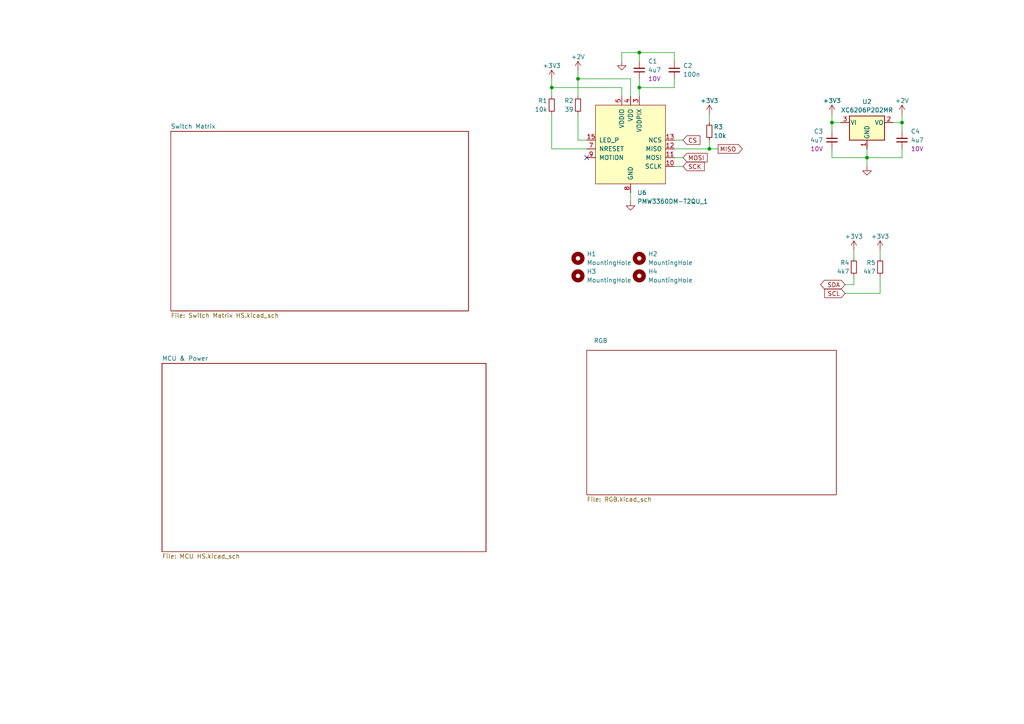
<source format=kicad_sch>
(kicad_sch (version 20231120) (generator "eeschema") (generator_version "8.0")
  (paper "A4")
  (lib_symbols
    (symbol "+2V_1" (power) (pin_names (offset 0))
      (property "Value" "+2V" (at 0 3.81 0))
      (symbol "+2V_1_0_1"
        (polyline (pts (xy -0.762 1.27) (xy 0 2.54)))
        (polyline (pts (xy 0 0) (xy 0 2.54)))
        (polyline (pts (xy 0 2.54) (xy 0.762 1.27)))
      )
      (symbol "+2V_1_1_1"
        (pin power_in line (at 0 0 90) (length 0) hide (name "+2V") (number "1"))
      )
    )
    (symbol "+3V3_1" (power) (pin_names (offset 0))
      (property "Value" "+3V3_1" (at 0 3.556 0))
      (symbol "+3V3_1_0_1"
        (polyline (pts (xy -0.762 1.27) (xy 0 2.54)))
        (polyline (pts (xy 0 0) (xy 0 2.54)))
        (polyline (pts (xy 0 2.54) (xy 0.762 1.27)))
      )
      (symbol "+3V3_1_1_1"
        (pin power_in line (at 0 0 90) (length 0) hide (name "+3V3") (number "1"))
      )
    )
    (symbol "Ariamelon-Power:+2V" (power) (pin_names (offset 0))
      (property "Value" "+2V" (at 0 3.81 0))
      (symbol "+2V_0_1"
        (polyline (pts (xy -0.762 1.27) (xy 0 2.54)))
        (polyline (pts (xy 0 0) (xy 0 2.54)))
        (polyline (pts (xy 0 2.54) (xy 0.762 1.27)))
      )
      (symbol "+2V_1_1"
        (pin power_in line (at 0 0 90) (length 0) hide (name "+2V") (number "1"))
      )
    )
    (symbol "Device:C_Small" (pin_numbers hide) (pin_names (offset 0.254) hide)
      (property "Reference" "C" (at 0.254 1.778 0))
      (property "Value" "C_Small" (at 0.254 -2.032 0))
      (symbol "C_Small_0_1"
        (polyline (pts (xy -1.524 -0.508) (xy 1.524 -0.508)) (stroke (width 0.3302)))
        (polyline (pts (xy -1.524 0.508) (xy 1.524 0.508)) (stroke (width 0.3048)))
      )
      (symbol "C_Small_1_1"
        (pin passive line (at 0 2.54 270) (length 2.032) (name "~") (number "1"))
        (pin passive line (at 0 -2.54 90) (length 2.032) (name "~") (number "2"))
      )
    )
    (symbol "Device:R_Small" (pin_numbers hide) (pin_names (offset 0.254) hide)
      (property "Reference" "R" (at 0.762 0.508 0))
      (property "Value" "R_Small" (at 0.762 -1.016 0))
      (symbol "R_Small_0_1"
        (rectangle (start -0.762 1.778) (end 0.762 -1.778) (stroke (width 0.2032)))
      )
      (symbol "R_Small_1_1"
        (pin passive line (at 0 2.54 270) (length 0.762) (name "~") (number "1"))
        (pin passive line (at 0 -2.54 90) (length 0.762) (name "~") (number "2"))
      )
    )
    (symbol "Mechanical:MountingHole" (pin_names (offset 1.016)) (exclude_from_sim yes) (in_bom no)
      (property "Reference" "H" (at 0 5.08 0))
      (property "Value" "MountingHole" (at 0 3.175 0))
      (symbol "MountingHole_0_1"
        (circle (center 0 0) (radius 1.27) (stroke (width 1.27)))
      )
    )
    (symbol "PMW3360DM-T2QU_1" (pin_names (offset 1.016))
      (property "Reference" "U?" (at 11.1702 -15.24 0))
      (property "Value" "PMW3360DM-T2QU_1" (at 11.1702 -17.78 0))
      (symbol "PMW3360DM-T2QU_1_0_1"
        (rectangle (start -10.16 10.16) (end 10.16 -12.7) (fill (type background)))
      )
      (symbol "PMW3360DM-T2QU_1_1_1"
        (pin no_connect line (at -12.7 7.62 0) (length 2.54) hide (name "NC") (number "1"))
        (pin input line (at 12.7 -7.62 180) (length 2.54) (name "SCLK") (number "10"))
        (pin input line (at 12.7 -5.08 180) (length 2.54) (name "MOSI") (number "11"))
        (pin output line (at 12.7 -2.54 180) (length 2.54) (name "MISO") (number "12"))
        (pin input line (at 12.7 0 180) (length 2.54) (name "NCS") (number "13"))
        (pin no_connect line (at -12.7 7.62 0) (length 2.54) hide (name "NC") (number "14"))
        (pin input line (at -12.7 0 0) (length 2.54) (name "LED_P") (number "15"))
        (pin no_connect line (at -12.7 7.62 0) (length 2.54) hide (name "NC") (number "16"))
        (pin no_connect line (at -12.7 7.62 0) (length 2.54) hide (name "NC") (number "2"))
        (pin power_in line (at 2.54 12.7 270) (length 2.54) (name "VDDPIX") (number "3"))
        (pin power_in line (at 0 12.7 270) (length 2.54) (name "VDD") (number "4"))
        (pin power_in line (at -2.54 12.7 270) (length 2.54) (name "VDDIO") (number "5"))
        (pin no_connect line (at -12.7 7.62 0) (length 2.54) hide (name "NC") (number "6"))
        (pin input line (at -12.7 -2.54 0) (length 2.54) (name "NRESET") (number "7"))
        (pin power_in line (at 0 -15.24 90) (length 2.54) (name "GND") (number "8"))
        (pin output line (at -12.7 -5.08 0) (length 2.54) (name "MOTION") (number "9"))
      )
    )
    (symbol "Regulator_Linear:XC6206PxxxMR" (pin_names (offset 0.254))
      (property "Reference" "U" (at -3.81 3.175 0))
      (property "Value" "XC6206PxxxMR" (at 0 3.175 0))
      (symbol "XC6206PxxxMR_0_1"
        (rectangle (start -5.08 1.905) (end 5.08 -5.08) (stroke (width 0.254)) (fill (type background)))
      )
      (symbol "XC6206PxxxMR_1_1"
        (pin power_in line (at 0 -7.62 90) (length 2.54) (name "GND") (number "1"))
        (pin power_out line (at 7.62 0 180) (length 2.54) (name "VO") (number "2"))
        (pin power_in line (at -7.62 0 0) (length 2.54) (name "VI") (number "3"))
      )
    )
    (symbol "power:+3V3" (power) (pin_names (offset 0))
      (property "Value" "+3V3" (at 0 3.556 0))
      (symbol "+3V3_0_1"
        (polyline (pts (xy -0.762 1.27) (xy 0 2.54)))
        (polyline (pts (xy 0 0) (xy 0 2.54)))
        (polyline (pts (xy 0 2.54) (xy 0.762 1.27)))
      )
      (symbol "+3V3_1_1"
        (pin power_in line (at 0 0 90) (length 0) hide (name "+3V3") (number "1"))
      )
    )
    (symbol "power:GND" (power) (pin_names (offset 0))
      (property "Value" "GND" (at 0 -3.81 0))
      (symbol "GND_0_1"
        (polyline (pts (xy 0 0) (xy 0 -1.27) (xy 1.27 -1.27) (xy 0 -2.54) (xy -1.27 -1.27) (xy 0 -1.27)))
      )
      (symbol "GND_1_1"
        (pin power_in line (at 0 0 270) (length 0) hide (name "GND") (number "1"))
      )
    )
  )
  (junction (at 185.42 15.24))
  (junction (at 241.3 35.56))
  (junction (at 185.42 25.4))
  (junction (at 251.46 45.72))
  (junction (at 261.62 35.56))
  (junction (at 167.64 22.86))
  (junction (at 205.74 43.18))
  (junction (at 160.02 25.4))
  (no_connect (at 170.18 45.72))
  (wire (pts (xy 205.74 43.18) (xy 208.28 43.18)))
  (wire (pts (xy 205.74 35.56) (xy 205.74 33.02)))
  (wire (pts (xy 241.3 35.56) (xy 243.84 35.56)))
  (wire (pts (xy 261.62 33.02) (xy 261.62 35.56)))
  (wire (pts (xy 247.65 82.55) (xy 247.65 80.01)))
  (wire (pts (xy 182.88 22.86) (xy 167.64 22.86)))
  (wire (pts (xy 255.27 72.39) (xy 255.27 74.93)))
  (wire (pts (xy 251.46 45.72) (xy 261.62 45.72)))
  (wire (pts (xy 160.02 22.86) (xy 160.02 25.4)))
  (wire (pts (xy 195.58 15.24) (xy 185.42 15.24)))
  (wire (pts (xy 185.42 15.24) (xy 185.42 17.78)))
  (wire (pts (xy 245.11 82.55) (xy 247.65 82.55)))
  (wire (pts (xy 180.34 17.78) (xy 180.34 15.24)))
  (wire (pts (xy 241.3 45.72) (xy 251.46 45.72)))
  (wire (pts (xy 185.42 22.86) (xy 185.42 25.4)))
  (wire (pts (xy 160.02 33.02) (xy 160.02 43.18)))
  (wire (pts (xy 167.64 33.02) (xy 167.64 40.64)))
  (wire (pts (xy 160.02 25.4) (xy 180.34 25.4)))
  (wire (pts (xy 167.64 22.86) (xy 167.64 27.94)))
  (wire (pts (xy 241.3 43.18) (xy 241.3 45.72)))
  (wire (pts (xy 167.64 20.32) (xy 167.64 22.86)))
  (wire (pts (xy 241.3 35.56) (xy 241.3 38.1)))
  (wire (pts (xy 247.65 72.39) (xy 247.65 74.93)))
  (wire (pts (xy 261.62 43.18) (xy 261.62 45.72)))
  (wire (pts (xy 195.58 43.18) (xy 205.74 43.18)))
  (wire (pts (xy 180.34 27.94) (xy 180.34 25.4)))
  (wire (pts (xy 261.62 35.56) (xy 261.62 38.1)))
  (wire (pts (xy 185.42 25.4) (xy 185.42 27.94)))
  (wire (pts (xy 251.46 45.72) (xy 251.46 48.26)))
  (wire (pts (xy 182.88 55.88) (xy 182.88 58.42)))
  (wire (pts (xy 198.12 40.64) (xy 195.58 40.64)))
  (wire (pts (xy 251.46 43.18) (xy 251.46 45.72)))
  (wire (pts (xy 160.02 25.4) (xy 160.02 27.94)))
  (wire (pts (xy 167.64 40.64) (xy 170.18 40.64)))
  (wire (pts (xy 259.08 35.56) (xy 261.62 35.56)))
  (wire (pts (xy 255.27 85.09) (xy 245.11 85.09)))
  (wire (pts (xy 195.58 25.4) (xy 185.42 25.4)))
  (wire (pts (xy 241.3 33.02) (xy 241.3 35.56)))
  (wire (pts (xy 255.27 80.01) (xy 255.27 85.09)))
  (wire (pts (xy 180.34 15.24) (xy 185.42 15.24)))
  (wire (pts (xy 198.12 48.26) (xy 195.58 48.26)))
  (wire (pts (xy 195.58 17.78) (xy 195.58 15.24)))
  (wire (pts (xy 182.88 22.86) (xy 182.88 27.94)))
  (wire (pts (xy 160.02 43.18) (xy 170.18 43.18)))
  (wire (pts (xy 198.12 45.72) (xy 195.58 45.72)))
  (wire (pts (xy 195.58 22.86) (xy 195.58 25.4)))
  (wire (pts (xy 205.74 40.64) (xy 205.74 43.18)))
  (global_label "SCK" (shape input) (at 198.12 48.26 0) (property "Intersheetrefs" "${INTERSHEET_REFS}" (effects (hide yes))))
  (global_label "MISO" (shape output) (at 208.28 43.18 0) (property "Intersheetrefs" "${INTERSHEET_REFS}" (effects (hide yes))))
  (global_label "SDA" (shape bidirectional) (at 245.11 82.55 180) (property "Intersheetrefs" "${INTERSHEET_REFS}" (effects (hide yes))))
  (global_label "MOSI" (shape input) (at 198.12 45.72 0) (property "Intersheetrefs" "${INTERSHEET_REFS}" (effects (hide yes))))
  (global_label "CS" (shape input) (at 198.12 40.64 0) (property "Intersheetrefs" "${INTERSHEET_REFS}" (effects (hide yes))))
  (global_label "SCL" (shape input) (at 245.11 85.09 180) (property "Intersheetrefs" "${INTERSHEET_REFS}" (effects (hide yes))))
  (symbol (lib_id "Device:C_Small") (at 185.42 20.32 180) (unit 1)
    (property "Reference" "C1" (at 187.96 17.78 0) (effects (justify right)))
    (property "Value" "4u7" (at 187.96 20.32 0) (effects (justify right)))
    (property "Footprint" "Capacitor_SMD:C_0402_1005Metric" (effects (hide yes)))
    (property "Description" "0402 capacitor" (effects (hide yes)))
    (property "LCSC" "C23733" (effects (hide yes)))
    (property "Voltage" "10V" (at 187.96 22.86 0) (effects (justify right)))
  )
  (symbol (lib_name "+3V3_1") (lib_id "power:+3V3") (at 255.27 72.39 0) (unit 1)
    (property "Reference" "#PWR020" (effects (hide yes)))
    (property "Value" "+3V3" (at 255.27 68.58 0))
  )
  (symbol (lib_id "Mechanical:MountingHole") (at 167.64 74.93 0) (unit 1) (exclude_from_sim yes) (in_bom no)
    (property "Reference" "H1" (at 170.18 73.6599 0) (effects (justify left)))
    (property "Value" "MountingHole" (at 170.18 76.1999 0) (effects (justify left)))
    (property "Footprint" "MountingHole:MountingHole_3.2mm_M3" (effects (hide yes)))
    (property "Description" "Mounting Hole without connection" (effects (hide yes)))
  )
  (symbol (lib_id "power:GND") (at 182.88 58.42 0) (unit 1)
    (property "Reference" "#PWR018" (effects (hide yes)))
    (property "Value" "GND" (effects (hide yes)))
  )
  (symbol (lib_id "power:GND") (at 251.46 48.26 0) (unit 1)
    (property "Reference" "#PWR017" (effects (hide yes)))
    (property "Value" "GND" (effects (hide yes)))
  )
  (symbol (lib_id "Device:R_Small") (at 167.64 30.48 0) (mirror x) (unit 1)
    (property "Reference" "R2" (at 166.37 29.21 0) (effects (justify right)))
    (property "Value" "39" (at 166.37 31.75 0) (effects (justify right)))
    (property "Footprint" "Resistor_SMD:R_0402_1005Metric" (effects (hide yes)))
    (property "Description" "0402 resistor" (effects (hide yes)))
    (property "LCSC" "C25164" (effects (hide yes)))
  )
  (symbol (lib_name "+3V3_1") (lib_id "power:+3V3") (at 160.02 22.86 0) (unit 1)
    (property "Reference" "#PWR013" (effects (hide yes)))
    (property "Value" "+3V3" (at 160.02 19.05 0))
  )
  (symbol (lib_id "Mechanical:MountingHole") (at 167.64 80.01 0) (unit 1) (exclude_from_sim yes) (in_bom no)
    (property "Reference" "H3" (at 170.18 78.7399 0) (effects (justify left)))
    (property "Value" "MountingHole" (at 170.18 81.2799 0) (effects (justify left)))
    (property "Footprint" "MountingHole:MountingHole_3.2mm_M3" (effects (hide yes)))
    (property "Description" "Mounting Hole without connection" (effects (hide yes)))
  )
  (symbol (lib_id "Device:R_Small") (at 205.74 38.1 180) (unit 1)
    (property "Reference" "R3" (at 207.01 36.83 0) (effects (justify right)))
    (property "Value" "10k" (at 207.01 39.37 0) (effects (justify right)))
    (property "Footprint" "Resistor_SMD:R_0402_1005Metric" (effects (hide yes)))
    (property "Description" "0402 resistor" (effects (hide yes)))
    (property "LCSC" "C25744" (effects (hide yes)))
  )
  (symbol (lib_name "+3V3_1") (lib_id "power:+3V3") (at 247.65 72.39 0) (unit 1)
    (property "Reference" "#PWR019" (effects (hide yes)))
    (property "Value" "+3V3" (at 247.65 68.58 0))
  )
  (symbol (lib_name "+3V3_1") (lib_id "power:+3V3") (at 205.74 33.02 0) (unit 1)
    (property "Reference" "#PWR014" (effects (hide yes)))
    (property "Value" "+3V3" (at 205.74 29.21 0))
  )
  (symbol (lib_id "Mechanical:MountingHole") (at 185.42 80.01 0) (unit 1) (exclude_from_sim yes) (in_bom no)
    (property "Reference" "H4" (at 187.96 78.7399 0) (effects (justify left)))
    (property "Value" "MountingHole" (at 187.96 81.2799 0) (effects (justify left)))
    (property "Footprint" "MountingHole:MountingHole_3.2mm_M3" (effects (hide yes)))
    (property "Description" "Mounting Hole without connection" (effects (hide yes)))
  )
  (symbol (lib_name "+2V_1") (lib_id "Ariamelon-Power:+2V") (at 261.62 33.02 0) (unit 1)
    (property "Reference" "#PWR016" (effects (hide yes)))
    (property "Value" "+2V" (at 261.62 29.21 0))
  )
  (symbol (lib_id "Regulator_Linear:XC6206PxxxMR") (at 251.46 35.56 0) (unit 1)
    (property "Reference" "U2" (at 251.46 29.5107 0))
    (property "Value" "XC6206P202MR" (at 251.46 31.9349 0))
    (property "Footprint" "Ariamelon-Package:SOT-23-3" (effects (hide yes)))
    (property "Datasheet" "https://www.torexsemi.com/file/xc6206/XC6206.pdf" (effects (hide yes)))
    (property "LCSC" "C2891260" (effects (hide yes)))
  )
  (symbol (lib_id "power:GND") (at 180.34 17.78 0) (unit 1)
    (property "Reference" "#PWR011" (effects (hide yes)))
    (property "Value" "GND" (effects (hide yes)))
  )
  (symbol (lib_id "Device:R_Small") (at 160.02 30.48 180) (unit 1)
    (property "Reference" "R1" (at 158.75 29.21 0) (effects (justify left)))
    (property "Value" "10k" (at 158.75 31.75 0) (effects (justify left)))
    (property "Footprint" "Resistor_SMD:R_0402_1005Metric" (effects (hide yes)))
    (property "Description" "0402 resistor" (effects (hide yes)))
    (property "LCSC" "C25744" (effects (hide yes)))
  )
  (symbol (lib_id "Device:R_Small") (at 255.27 77.47 0) (unit 1)
    (property "Reference" "R5" (at 254 76.2 0) (effects (justify right)))
    (property "Value" "4k7" (at 254 78.74 0) (effects (justify right)))
    (property "Footprint" "Resistor_SMD:R_0402_1005Metric" (effects (hide yes)))
    (property "Description" "0402 resistor" (effects (hide yes)))
    (property "LCSC" "C25900" (effects (hide yes)))
  )
  (symbol (lib_id "Device:C_Small") (at 195.58 20.32 0) (unit 1)
    (property "Reference" "C2" (at 198.12 19.05 0) (effects (justify left)))
    (property "Value" "100n" (at 198.12 21.59 0) (effects (justify left)))
    (property "Footprint" "Capacitor_SMD:C_0402_1005Metric" (effects (hide yes)))
    (property "Description" "0402 capacitor" (effects (hide yes)))
    (property "LCSC" "C307331" (effects (hide yes)))
    (property "Voltage" "50V" (effects (hide yes)))
  )
  (symbol (lib_name "PMW3360DM-T2QU_1") (lib_id "Ariamelon-IC:PMW3360DM-T2QU_1") (at 182.88 40.64 0) (unit 1)
    (property "Reference" "U6" (at 184.8359 55.88 0) (effects (justify left)))
    (property "Value" "PMW3360DM-T2QU_1" (at 184.8359 58.42 0) (effects (justify left)))
    (property "Footprint" "Ariamelon-Package:PixArt_PMW3360DM-T2QU" (effects (hide yes)))
    (property "Description" "Optical sensor" (effects (hide yes)))
  )
  (symbol (lib_id "power:+3V3") (at 241.3 33.02 0) (unit 1)
    (property "Reference" "#PWR015" (effects (hide yes)))
    (property "Value" "+3V3" (at 241.3 29.21 0))
  )
  (symbol (lib_id "Ariamelon-Power:+2V") (at 167.64 20.32 0) (unit 1)
    (property "Reference" "#PWR012" (effects (hide yes)))
    (property "Value" "+2V" (at 167.64 16.51 0))
  )
  (symbol (lib_id "Device:C_Small") (at 261.62 40.64 180) (unit 1)
    (property "Reference" "C4" (at 264.16 38.1 0) (effects (justify right)))
    (property "Value" "4u7" (at 264.16 40.64 0) (effects (justify right)))
    (property "Footprint" "Capacitor_SMD:C_0402_1005Metric" (effects (hide yes)))
    (property "Description" "0402 capacitor" (effects (hide yes)))
    (property "LCSC" "C23733" (effects (hide yes)))
    (property "Voltage" "10V" (at 264.16 43.18 0) (effects (justify right)))
  )
  (symbol (lib_id "Mechanical:MountingHole") (at 185.42 74.93 0) (unit 1) (exclude_from_sim yes) (in_bom no)
    (property "Reference" "H2" (at 187.96 73.6599 0) (effects (justify left)))
    (property "Value" "MountingHole" (at 187.96 76.1999 0) (effects (justify left)))
    (property "Footprint" "MountingHole:MountingHole_3.2mm_M3" (effects (hide yes)))
    (property "Description" "Mounting Hole without connection" (effects (hide yes)))
  )
  (symbol (lib_id "Device:C_Small") (at 241.3 40.64 0) (mirror x) (unit 1)
    (property "Reference" "C3" (at 238.76 38.1 0) (effects (justify right)))
    (property "Value" "4u7" (at 238.76 40.64 0) (effects (justify right)))
    (property "Footprint" "Capacitor_SMD:C_0402_1005Metric" (effects (hide yes)))
    (property "Description" "0402 capacitor" (effects (hide yes)))
    (property "LCSC" "C23733" (effects (hide yes)))
    (property "Voltage" "10V" (at 238.76 43.18 0) (effects (justify right)))
  )
  (symbol (lib_id "Device:R_Small") (at 247.65 77.47 0) (unit 1)
    (property "Reference" "R4" (at 246.38 76.2 0) (effects (justify right)))
    (property "Value" "4k7" (at 246.38 78.74 0) (effects (justify right)))
    (property "Footprint" "Resistor_SMD:R_0402_1005Metric" (effects (hide yes)))
    (property "Description" "0402 resistor" (effects (hide yes)))
    (property "LCSC" "C25900" (effects (hide yes)))
  )
  (sheet (at 170.18 101.6) (size 72.39 41.91) (stroke (width 0.1524))
    (property "Sheetname" "RGB" (at 172.212 99.568 0) (effects (justify left bottom)))
    (property "Sheetfile" "RGB.kicad_sch" (at 170.18 144.0946 0) (effects (justify left top)))
  )
  (sheet (at 49.53 38.1) (size 86.36 52.07) (stroke (width 0.1524))
    (property "Sheetname" "Switch Matrix" (at 49.53 37.3884 0) (effects (justify left bottom)))
    (property "Sheetfile" "Switch Matrix HS.kicad_sch" (at 49.53 90.7546 0) (effects (justify left top)))
  )
  (sheet (at 46.99 105.41) (size 93.98 54.61) (stroke (width 0.1524))
    (property "Sheetname" "MCU & Power" (at 46.99 104.6984 0) (effects (justify left bottom)))
    (property "Sheetfile" "MCU HS.kicad_sch" (at 46.99 160.6046 0) (effects (justify left top)))
  )
)
</source>
